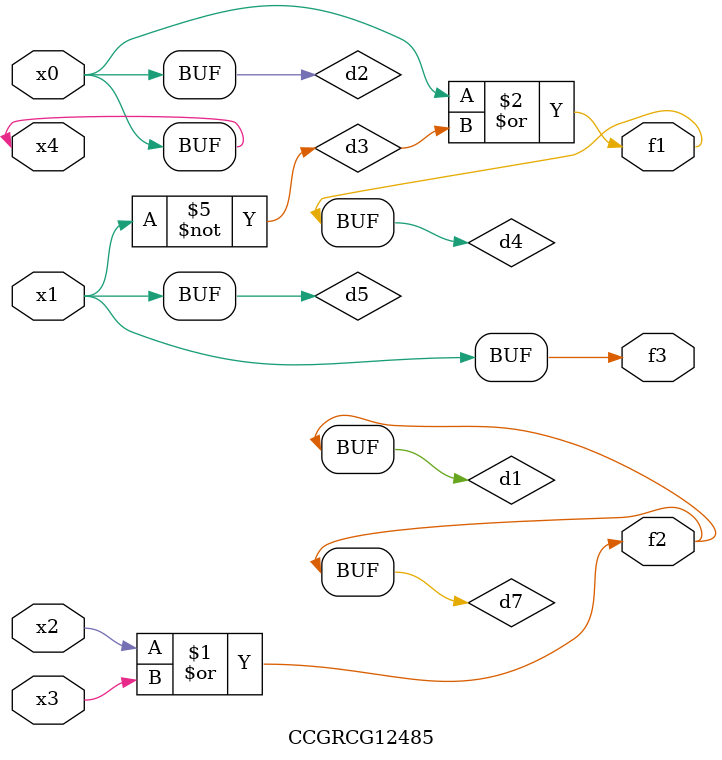
<source format=v>
module CCGRCG12485(
	input x0, x1, x2, x3, x4,
	output f1, f2, f3
);

	wire d1, d2, d3, d4, d5, d6, d7;

	or (d1, x2, x3);
	buf (d2, x0, x4);
	not (d3, x1);
	or (d4, d2, d3);
	not (d5, d3);
	nand (d6, d1, d3);
	or (d7, d1);
	assign f1 = d4;
	assign f2 = d7;
	assign f3 = d5;
endmodule

</source>
